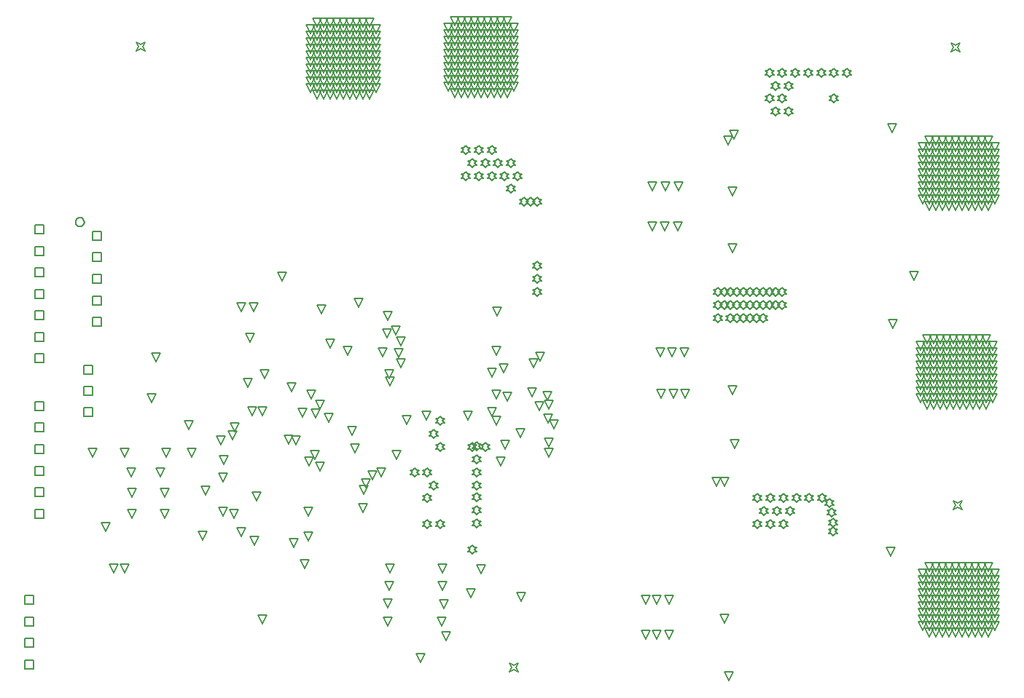
<source format=gbr>
%FSTAX23Y23*%
%MOIN*%
%SFA1B1*%

%IPPOS*%
%ADD123C,0.005000*%
%ADD124C,0.006670*%
%LNpcb_drawing_1-1*%
%LPD*%
G54D123*
X06775Y0231D02*
X06785Y0233D01*
X06775Y0235*
X06795Y0234*
X06815Y0235*
X06805Y0233*
X06815Y0231*
X06795Y0232*
X06775Y0231*
X06765Y04405D02*
X06775Y04425D01*
X06765Y04445*
X06785Y04435*
X06805Y04445*
X06795Y04425*
X06805Y04405*
X06785Y04415*
X06765Y04405*
X04745Y01565D02*
X04755Y01585D01*
X04745Y01605*
X04765Y01595*
X04785Y01605*
X04775Y01585*
X04785Y01565*
X04765Y01575*
X04745Y01565*
X0304Y0441D02*
X0305Y0443D01*
X0304Y0445*
X0306Y0444*
X0308Y0445*
X0307Y0443*
X0308Y0441*
X0306Y0442*
X0304Y0441*
X02575Y02271D02*
Y02311D01*
X02615*
Y02271*
X02575*
Y0237D02*
Y0241D01*
X02615*
Y0237*
X02575*
Y02468D02*
Y02508D01*
X02615*
Y02468*
X02575*
Y02566D02*
Y02606D01*
X02615*
Y02566*
X02575*
Y02665D02*
Y02705D01*
X02615*
Y02665*
X02575*
Y02763D02*
Y02803D01*
X02615*
Y02763*
X02575*
Y03572D02*
Y03612D01*
X02615*
Y03572*
X02575*
Y03474D02*
Y03514D01*
X02615*
Y03474*
X02575*
Y03376D02*
Y03416D01*
X02615*
Y03376*
X02575*
Y03277D02*
Y03317D01*
X02615*
Y03277*
X02575*
Y03179D02*
Y03219D01*
X02615*
Y03179*
X02575*
Y0308D02*
Y0312D01*
X02615*
Y0308*
X02575*
Y02982D02*
Y03022D01*
X02615*
Y02982*
X02575*
X0284Y03544D02*
Y03584D01*
X0288*
Y03544*
X0284*
Y03445D02*
Y03485D01*
X0288*
Y03445*
X0284*
Y03347D02*
Y03387D01*
X0288*
Y03347*
X0284*
Y03248D02*
Y03288D01*
X0288*
Y03248*
X0284*
Y0315D02*
Y0319D01*
X0288*
Y0315*
X0284*
X028Y02735D02*
Y02775D01*
X0284*
Y02735*
X028*
Y02833D02*
Y02873D01*
X0284*
Y02833*
X028*
Y02931D02*
Y02971D01*
X0284*
Y02931*
X028*
X0253Y01876D02*
Y01916D01*
X0257*
Y01876*
X0253*
Y01778D02*
Y01818D01*
X0257*
Y01778*
X0253*
Y0168D02*
Y0172D01*
X0257*
Y0168*
X0253*
Y01581D02*
Y01621D01*
X0257*
Y01581*
X0253*
X0356Y03075D02*
X0354Y03115D01*
X0358*
X0356Y03075*
X03625Y0291D02*
X03605Y0295D01*
X03645*
X03625Y0291*
X0384Y02817D02*
X0382Y02857D01*
X0386*
X0384Y02817*
X0388Y0277D02*
X0386Y0281D01*
X039*
X0388Y0277*
X038Y02732D02*
X0378Y02772D01*
X0382*
X038Y02732*
X0386Y0273D02*
X0384Y0277D01*
X0388*
X0386Y0273*
X0392Y0271D02*
X039Y0275D01*
X0394*
X0392Y0271*
X042Y02875D02*
X0418Y02915D01*
X0422*
X042Y02875*
X0425Y0306D02*
X0423Y031D01*
X0427*
X0425Y0306*
X04685Y02815D02*
X04665Y02855D01*
X04705*
X04685Y02815*
X04735Y02805D02*
X04715Y02845D01*
X04755*
X04735Y02805*
X04665Y02735D02*
X04645Y02775D01*
X04685*
X04665Y02735*
X04685Y02695D02*
X04665Y02735D01*
X04705*
X04685Y02695*
X03355Y02375D02*
X03335Y02415D01*
X03375*
X03355Y02375*
X03435Y02435D02*
X03415Y02475D01*
X03455*
X03435Y02435*
X04635Y02578D02*
X04645Y02588D01*
X04655*
X04645Y02598*
X04655Y02608*
X04645*
X04635Y02618*
X04625Y02608*
X04615*
X04625Y02598*
X04615Y02588*
X04625*
X04635Y02578*
X04576D02*
X04586Y02588D01*
X04596*
X04586Y02598*
X04596Y02608*
X04586*
X04576Y02618*
X04566Y02608*
X04556*
X04566Y02598*
X04556Y02588*
X04566*
X04576Y02578*
X05994Y03287D02*
X06004Y03297D01*
X06014*
X06004Y03307*
X06014Y03317*
X06004*
X05994Y03327*
X05984Y03317*
X05974*
X05984Y03307*
X05974Y03297*
X05984*
X05994Y03287*
X05964Y03228D02*
X05974Y03238D01*
X05984*
X05974Y03248*
X05984Y03258*
X05974*
X05964Y03268*
X05954Y03258*
X05944*
X05954Y03248*
X05944Y03238*
X05954*
X05964Y03228*
X05935Y03287D02*
X05945Y03297D01*
X05955*
X05945Y03307*
X05955Y03317*
X05945*
X05935Y03327*
X05925Y03317*
X05915*
X05925Y03307*
X05915Y03297*
X05925*
X05935Y03287*
X05905Y03228D02*
X05915Y03238D01*
X05925*
X05915Y03248*
X05925Y03258*
X05915*
X05905Y03268*
X05895Y03258*
X05885*
X05895Y03248*
X05885Y03238*
X05895*
X05905Y03228*
X05875Y03287D02*
X05885Y03297D01*
X05895*
X05885Y03307*
X05895Y03317*
X05885*
X05875Y03327*
X05865Y03317*
X05855*
X05865Y03307*
X05855Y03297*
X05865*
X05875Y03287*
X05846Y03228D02*
X05856Y03238D01*
X05866*
X05856Y03248*
X05866Y03258*
X05856*
X05846Y03268*
X05836Y03258*
X05826*
X05836Y03248*
X05826Y03238*
X05836*
X05846Y03228*
X05875Y03168D02*
X05885Y03178D01*
X05895*
X05885Y03188*
X05895Y03198*
X05885*
X05875Y03208*
X05865Y03198*
X05855*
X05865Y03188*
X05855Y03178*
X05865*
X05875Y03168*
X05816Y03287D02*
X05826Y03297D01*
X05836*
X05826Y03307*
X05836Y03317*
X05826*
X05816Y03327*
X05806Y03317*
X05796*
X05806Y03307*
X05796Y03297*
X05806*
X05816Y03287*
X05787Y03228D02*
X05797Y03238D01*
X05807*
X05797Y03248*
X05807Y03258*
X05797*
X05787Y03268*
X05777Y03258*
X05767*
X05777Y03248*
X05767Y03238*
X05777*
X05787Y03228*
X05816Y03168D02*
X05826Y03178D01*
X05836*
X05826Y03188*
X05836Y03198*
X05826*
X05816Y03208*
X05806Y03198*
X05796*
X05806Y03188*
X05796Y03178*
X05806*
X05816Y03168*
X05757Y03287D02*
X05767Y03297D01*
X05777*
X05767Y03307*
X05777Y03317*
X05767*
X05757Y03327*
X05747Y03317*
X05737*
X05747Y03307*
X05737Y03297*
X05747*
X05757Y03287*
X05728Y03228D02*
X05738Y03238D01*
X05748*
X05738Y03248*
X05748Y03258*
X05738*
X05728Y03268*
X05718Y03258*
X05708*
X05718Y03248*
X05708Y03238*
X05718*
X05728Y03228*
X05757Y03168D02*
X05767Y03178D01*
X05777*
X05767Y03188*
X05777Y03198*
X05767*
X05757Y03208*
X05747Y03198*
X05737*
X05747Y03188*
X05737Y03178*
X05747*
X05757Y03168*
X05698Y03287D02*
X05708Y03297D01*
X05718*
X05708Y03307*
X05718Y03317*
X05708*
X05698Y03327*
X05688Y03317*
X05678*
X05688Y03307*
X05678Y03297*
X05688*
X05698Y03287*
X04842Y037D02*
X04852Y0371D01*
X04862*
X04852Y0372*
X04862Y0373*
X04852*
X04842Y0374*
X04832Y0373*
X04822*
X04832Y0372*
X04822Y0371*
X04832*
X04842Y037*
X04872Y03405D02*
X04882Y03415D01*
X04892*
X04882Y03425*
X04892Y03435*
X04882*
X04872Y03445*
X04862Y03435*
X04852*
X04862Y03425*
X04852Y03415*
X04862*
X04872Y03405*
Y03287D02*
X04882Y03297D01*
X04892*
X04882Y03307*
X04892Y03317*
X04882*
X04872Y03327*
X04862Y03317*
X04852*
X04862Y03307*
X04852Y03297*
X04862*
X04872Y03287*
X04783Y03818D02*
X04793Y03828D01*
X04803*
X04793Y03838*
X04803Y03848*
X04793*
X04783Y03858*
X04773Y03848*
X04763*
X04773Y03838*
X04763Y03828*
X04773*
X04783Y03818*
X04753Y03877D02*
X04763Y03887D01*
X04773*
X04763Y03897*
X04773Y03907*
X04763*
X04753Y03917*
X04743Y03907*
X04733*
X04743Y03897*
X04733Y03887*
X04743*
X04753Y03877*
X04724Y03818D02*
X04734Y03828D01*
X04744*
X04734Y03838*
X04744Y03848*
X04734*
X04724Y03858*
X04714Y03848*
X04704*
X04714Y03838*
X04704Y03828*
X04714*
X04724Y03818*
X04753Y03759D02*
X04763Y03769D01*
X04773*
X04763Y03779*
X04773Y03789*
X04763*
X04753Y03799*
X04743Y03789*
X04733*
X04743Y03779*
X04733Y03769*
X04743*
X04753Y03759*
X04665Y03936D02*
X04675Y03946D01*
X04685*
X04675Y03956*
X04685Y03966*
X04675*
X04665Y03976*
X04655Y03966*
X04645*
X04655Y03956*
X04645Y03946*
X04655*
X04665Y03936*
X04694Y03877D02*
X04704Y03887D01*
X04714*
X04704Y03897*
X04714Y03907*
X04704*
X04694Y03917*
X04684Y03907*
X04674*
X04684Y03897*
X04674Y03887*
X04684*
X04694Y03877*
X04665Y03818D02*
X04675Y03828D01*
X04685*
X04675Y03838*
X04685Y03848*
X04675*
X04665Y03858*
X04655Y03848*
X04645*
X04655Y03838*
X04645Y03828*
X04655*
X04665Y03818*
X04606Y03936D02*
X04616Y03946D01*
X04626*
X04616Y03956*
X04626Y03966*
X04616*
X04606Y03976*
X04596Y03966*
X04586*
X04596Y03956*
X04586Y03946*
X04596*
X04606Y03936*
X04635Y03877D02*
X04645Y03887D01*
X04655*
X04645Y03897*
X04655Y03907*
X04645*
X04635Y03917*
X04625Y03907*
X04615*
X04625Y03897*
X04615Y03887*
X04625*
X04635Y03877*
X04606Y03818D02*
X04616Y03828D01*
X04626*
X04616Y03838*
X04626Y03848*
X04616*
X04606Y03858*
X04596Y03848*
X04586*
X04596Y03838*
X04586Y03828*
X04596*
X04606Y03818*
X04547Y03936D02*
X04557Y03946D01*
X04567*
X04557Y03956*
X04567Y03966*
X04557*
X04547Y03976*
X04537Y03966*
X04527*
X04537Y03956*
X04527Y03946*
X04537*
X04547Y03936*
X04576Y03877D02*
X04586Y03887D01*
X04596*
X04586Y03897*
X04596Y03907*
X04586*
X04576Y03917*
X04566Y03907*
X04556*
X04566Y03897*
X04556Y03887*
X04566*
X04576Y03877*
X04547Y03818D02*
X04557Y03828D01*
X04567*
X04557Y03838*
X04567Y03848*
X04557*
X04547Y03858*
X04537Y03848*
X04527*
X04537Y03838*
X04527Y03828*
X04537*
X04547Y03818*
X04576Y02105D02*
X04586Y02115D01*
X04596*
X04586Y02125*
X04596Y02135*
X04586*
X04576Y02145*
X04566Y02135*
X04556*
X04566Y02125*
X04556Y02115*
X04566*
X04576Y02105*
X0328Y02675D02*
X0326Y02715D01*
X033*
X0328Y02675*
X0344Y02515D02*
X0342Y02555D01*
X0346*
X0344Y02515*
X03294Y0255D02*
X03274Y0259D01*
X03314*
X03294Y0255*
X0359Y0235D02*
X0357Y0239D01*
X0361*
X0359Y0235*
X0358Y02145D02*
X0356Y02185D01*
X036*
X0358Y02145*
X03825Y02165D02*
X03805Y02205D01*
X03845*
X03825Y02165*
X03435Y0228D02*
X03415Y0232D01*
X03455*
X03435Y0228*
X0284Y0255D02*
X0282Y0259D01*
X0286*
X0284Y0255*
X029Y0221D02*
X0288Y0225D01*
X0292*
X029Y0221*
X0355Y0287D02*
X0353Y0291D01*
X0357*
X0355Y0287*
X04455Y0171D02*
X04435Y0175D01*
X04475*
X04455Y0171*
X0424Y03005D02*
X0422Y03045D01*
X0426*
X0424Y03005*
X03885Y03205D02*
X03865Y03245D01*
X03905*
X03885Y03205*
X04005Y03015D02*
X03985Y03055D01*
X04025*
X04005Y03015*
X03925Y0305D02*
X03905Y0309D01*
X03945*
X03925Y0305*
X0457Y01905D02*
X0455Y01945D01*
X0459*
X0457Y01905*
X0434Y0161D02*
X0432Y0165D01*
X0436*
X0434Y0161*
X03705Y03355D02*
X03685Y03395D01*
X03725*
X03705Y03355*
X0352Y03215D02*
X035Y03255D01*
X0354*
X0352Y03215*
X03575D02*
X03555Y03255D01*
X03595*
X03575Y03215*
X0313Y02985D02*
X0311Y03025D01*
X0315*
X0313Y02985*
X0311Y028D02*
X0309Y0284D01*
X0313*
X0311Y028*
X03343Y02171D02*
X03323Y02211D01*
X03363*
X03343Y02171*
X0381Y0204D02*
X0379Y0208D01*
X0383*
X0381Y0204*
X03615Y01785D02*
X03595Y01825D01*
X03635*
X03615Y01785*
X03925Y0443D02*
X03905Y0447D01*
X03945*
X03925Y0443*
X03955D02*
X03935Y0447D01*
X03975*
X03955Y0443*
X03985D02*
X03965Y0447D01*
X04005*
X03985Y0443*
X04015D02*
X03995Y0447D01*
X04035*
X04015Y0443*
X04045D02*
X04025Y0447D01*
X04065*
X04045Y0443*
Y044D02*
X04025Y0444D01*
X04065*
X04045Y044*
X04015D02*
X03995Y0444D01*
X04035*
X04015Y044*
X03985D02*
X03965Y0444D01*
X04005*
X03985Y044*
X03955D02*
X03935Y0444D01*
X03975*
X03955Y044*
X03925D02*
X03905Y0444D01*
X03945*
X03925Y044*
Y0437D02*
X03905Y0441D01*
X03945*
X03925Y0437*
X03955D02*
X03935Y0441D01*
X03975*
X03955Y0437*
X03985D02*
X03965Y0441D01*
X04005*
X03985Y0437*
X04015D02*
X03995Y0441D01*
X04035*
X04015Y0437*
X04045D02*
X04025Y0441D01*
X04065*
X04045Y0437*
Y0434D02*
X04025Y0438D01*
X04065*
X04045Y0434*
X04015D02*
X03995Y0438D01*
X04035*
X04015Y0434*
X03985D02*
X03965Y0438D01*
X04005*
X03985Y0434*
X03955D02*
X03935Y0438D01*
X03975*
X03955Y0434*
X03925D02*
X03905Y0438D01*
X03945*
X03925Y0434*
Y0431D02*
X03905Y0435D01*
X03945*
X03925Y0431*
X03955D02*
X03935Y0435D01*
X03975*
X03955Y0431*
X03985D02*
X03965Y0435D01*
X04005*
X03985Y0431*
X04015D02*
X03995Y0435D01*
X04035*
X04015Y0431*
X04045D02*
X04025Y0435D01*
X04065*
X04045Y0431*
Y0428D02*
X04025Y0432D01*
X04065*
X04045Y0428*
X04015D02*
X03995Y0432D01*
X04035*
X04015Y0428*
X03985D02*
X03965Y0432D01*
X04005*
X03985Y0428*
X03955D02*
X03935Y0432D01*
X03975*
X03955Y0428*
X03925D02*
X03905Y0432D01*
X03945*
X03925Y0428*
Y0425D02*
X03905Y0429D01*
X03945*
X03925Y0425*
X03955D02*
X03935Y0429D01*
X03975*
X03955Y0425*
X03985D02*
X03965Y0429D01*
X04005*
X03985Y0425*
X04015D02*
X03995Y0429D01*
X04035*
X04015Y0425*
X04045D02*
X04025Y0429D01*
X04065*
X04045Y0425*
Y0422D02*
X04025Y0426D01*
X04065*
X04045Y0422*
X04015D02*
X03995Y0426D01*
X04035*
X04015Y0422*
X03985D02*
X03965Y0426D01*
X04005*
X03985Y0422*
X03955D02*
X03935Y0426D01*
X03975*
X03955Y0422*
X03925D02*
X03905Y0426D01*
X03945*
X03925Y0422*
Y0419D02*
X03905Y0423D01*
X03945*
X03925Y0419*
X03955D02*
X03935Y0423D01*
X03975*
X03955Y0419*
X03985D02*
X03965Y0423D01*
X04005*
X03985Y0419*
X04015D02*
X03995Y0423D01*
X04035*
X04015Y0419*
X04045D02*
X04025Y0423D01*
X04065*
X04045Y0419*
Y0446D02*
X04025Y045D01*
X04065*
X04045Y0446*
X04015D02*
X03995Y045D01*
X04035*
X04015Y0446*
X03985D02*
X03965Y045D01*
X04005*
X03985Y0446*
X03955D02*
X03935Y045D01*
X03975*
X03955Y0446*
X03925D02*
X03905Y045D01*
X03945*
X03925Y0446*
Y0449D02*
X03905Y0453D01*
X03945*
X03925Y0449*
X03955D02*
X03935Y0453D01*
X03975*
X03955Y0449*
X03985D02*
X03965Y0453D01*
X04005*
X03985Y0449*
X04015D02*
X03995Y0453D01*
X04035*
X04015Y0449*
X04045Y0452D02*
X04025Y0456D01*
X04065*
X04045Y0452*
X04015D02*
X03995Y0456D01*
X04035*
X04015Y0452*
X03985D02*
X03965Y0456D01*
X04005*
X03985Y0452*
X03955D02*
X03935Y0456D01*
X03975*
X03955Y0452*
X03925D02*
X03905Y0456D01*
X03945*
X03925Y0452*
X04045Y0449D02*
X04025Y0453D01*
X04065*
X04045Y0449*
X04075Y0452D02*
X04055Y0456D01*
X04095*
X04075Y0452*
Y0449D02*
X04055Y0453D01*
X04095*
X04075Y0449*
Y0446D02*
X04055Y045D01*
X04095*
X04075Y0446*
Y0443D02*
X04055Y0447D01*
X04095*
X04075Y0443*
Y044D02*
X04055Y0444D01*
X04095*
X04075Y044*
Y0437D02*
X04055Y0441D01*
X04095*
X04075Y0437*
Y0434D02*
X04055Y0438D01*
X04095*
X04075Y0434*
Y0431D02*
X04055Y0435D01*
X04095*
X04075Y0431*
Y0428D02*
X04055Y0432D01*
X04095*
X04075Y0428*
Y0425D02*
X04055Y0429D01*
X04095*
X04075Y0425*
Y0422D02*
X04055Y0426D01*
X04095*
X04075Y0422*
Y0419D02*
X04055Y0423D01*
X04095*
X04075Y0419*
X04105Y0452D02*
X04085Y0456D01*
X04125*
X04105Y0452*
Y0449D02*
X04085Y0453D01*
X04125*
X04105Y0449*
Y0446D02*
X04085Y045D01*
X04125*
X04105Y0446*
Y0443D02*
X04085Y0447D01*
X04125*
X04105Y0443*
Y044D02*
X04085Y0444D01*
X04125*
X04105Y044*
Y0437D02*
X04085Y0441D01*
X04125*
X04105Y0437*
Y0434D02*
X04085Y0438D01*
X04125*
X04105Y0434*
Y0431D02*
X04085Y0435D01*
X04125*
X04105Y0431*
Y0428D02*
X04085Y0432D01*
X04125*
X04105Y0428*
Y0425D02*
X04085Y0429D01*
X04125*
X04105Y0425*
Y0422D02*
X04085Y0426D01*
X04125*
X04105Y0422*
Y0419D02*
X04085Y0423D01*
X04125*
X04105Y0419*
X04135Y0449D02*
X04115Y0453D01*
X04155*
X04135Y0449*
Y0446D02*
X04115Y045D01*
X04155*
X04135Y0446*
Y0443D02*
X04115Y0447D01*
X04155*
X04135Y0443*
Y044D02*
X04115Y0444D01*
X04155*
X04135Y044*
Y0437D02*
X04115Y0441D01*
X04155*
X04135Y0437*
Y0434D02*
X04115Y0438D01*
X04155*
X04135Y0434*
Y0431D02*
X04115Y0435D01*
X04155*
X04135Y0431*
Y0428D02*
X04115Y0432D01*
X04155*
X04135Y0428*
Y0425D02*
X04115Y0429D01*
X04155*
X04135Y0425*
Y0422D02*
X04115Y0426D01*
X04155*
X04135Y0422*
X03895Y0419D02*
X03875Y0423D01*
X03915*
X03895Y0419*
Y0422D02*
X03875Y0426D01*
X03915*
X03895Y0422*
Y0425D02*
X03875Y0429D01*
X03915*
X03895Y0425*
Y0428D02*
X03875Y0432D01*
X03915*
X03895Y0428*
Y0431D02*
X03875Y0435D01*
X03915*
X03895Y0431*
Y0434D02*
X03875Y0438D01*
X03915*
X03895Y0434*
Y0437D02*
X03875Y0441D01*
X03915*
X03895Y0437*
Y044D02*
X03875Y0444D01*
X03915*
X03895Y044*
Y0443D02*
X03875Y0447D01*
X03915*
X03895Y0443*
Y0446D02*
X03875Y045D01*
X03915*
X03895Y0446*
Y0449D02*
X03875Y0453D01*
X03915*
X03895Y0449*
Y0452D02*
X03875Y0456D01*
X03915*
X03895Y0452*
X03865D02*
X03845Y0456D01*
X03885*
X03865Y0452*
Y0449D02*
X03845Y0453D01*
X03885*
X03865Y0449*
Y0446D02*
X03845Y045D01*
X03885*
X03865Y0446*
Y0443D02*
X03845Y0447D01*
X03885*
X03865Y0443*
Y044D02*
X03845Y0444D01*
X03885*
X03865Y044*
Y0437D02*
X03845Y0441D01*
X03885*
X03865Y0437*
Y0434D02*
X03845Y0438D01*
X03885*
X03865Y0434*
Y0431D02*
X03845Y0435D01*
X03885*
X03865Y0431*
Y0428D02*
X03845Y0432D01*
X03885*
X03865Y0428*
Y0425D02*
X03845Y0429D01*
X03885*
X03865Y0425*
Y0422D02*
X03845Y0426D01*
X03885*
X03865Y0422*
Y0419D02*
X03845Y0423D01*
X03885*
X03865Y0419*
X03835Y0422D02*
X03815Y0426D01*
X03855*
X03835Y0422*
Y0425D02*
X03815Y0429D01*
X03855*
X03835Y0425*
Y0428D02*
X03815Y0432D01*
X03855*
X03835Y0428*
Y0431D02*
X03815Y0435D01*
X03855*
X03835Y0431*
Y0434D02*
X03815Y0438D01*
X03855*
X03835Y0434*
Y0437D02*
X03815Y0441D01*
X03855*
X03835Y0437*
Y044D02*
X03815Y0444D01*
X03855*
X03835Y044*
Y0443D02*
X03815Y0447D01*
X03855*
X03835Y0443*
Y0446D02*
X03815Y045D01*
X03855*
X03835Y0446*
Y0449D02*
X03815Y0453D01*
X03855*
X03835Y0449*
X04465Y04495D02*
X04445Y04535D01*
X04485*
X04465Y04495*
Y04465D02*
X04445Y04505D01*
X04485*
X04465Y04465*
Y04435D02*
X04445Y04475D01*
X04485*
X04465Y04435*
Y04405D02*
X04445Y04445D01*
X04485*
X04465Y04405*
Y04375D02*
X04445Y04415D01*
X04485*
X04465Y04375*
Y04345D02*
X04445Y04385D01*
X04485*
X04465Y04345*
Y04315D02*
X04445Y04355D01*
X04485*
X04465Y04315*
Y04285D02*
X04445Y04325D01*
X04485*
X04465Y04285*
Y04255D02*
X04445Y04295D01*
X04485*
X04465Y04255*
Y04225D02*
X04445Y04265D01*
X04485*
X04465Y04225*
X04495Y04195D02*
X04475Y04235D01*
X04515*
X04495Y04195*
Y04225D02*
X04475Y04265D01*
X04515*
X04495Y04225*
Y04255D02*
X04475Y04295D01*
X04515*
X04495Y04255*
Y04285D02*
X04475Y04325D01*
X04515*
X04495Y04285*
Y04315D02*
X04475Y04355D01*
X04515*
X04495Y04315*
Y04345D02*
X04475Y04385D01*
X04515*
X04495Y04345*
Y04375D02*
X04475Y04415D01*
X04515*
X04495Y04375*
Y04405D02*
X04475Y04445D01*
X04515*
X04495Y04405*
Y04435D02*
X04475Y04475D01*
X04515*
X04495Y04435*
Y04465D02*
X04475Y04505D01*
X04515*
X04495Y04465*
Y04495D02*
X04475Y04535D01*
X04515*
X04495Y04495*
Y04525D02*
X04475Y04565D01*
X04515*
X04495Y04525*
X04525D02*
X04505Y04565D01*
X04545*
X04525Y04525*
Y04495D02*
X04505Y04535D01*
X04545*
X04525Y04495*
Y04465D02*
X04505Y04505D01*
X04545*
X04525Y04465*
Y04435D02*
X04505Y04475D01*
X04545*
X04525Y04435*
Y04405D02*
X04505Y04445D01*
X04545*
X04525Y04405*
Y04375D02*
X04505Y04415D01*
X04545*
X04525Y04375*
Y04345D02*
X04505Y04385D01*
X04545*
X04525Y04345*
Y04315D02*
X04505Y04355D01*
X04545*
X04525Y04315*
Y04285D02*
X04505Y04325D01*
X04545*
X04525Y04285*
Y04255D02*
X04505Y04295D01*
X04545*
X04525Y04255*
Y04225D02*
X04505Y04265D01*
X04545*
X04525Y04225*
Y04195D02*
X04505Y04235D01*
X04545*
X04525Y04195*
X04765Y04225D02*
X04745Y04265D01*
X04785*
X04765Y04225*
Y04255D02*
X04745Y04295D01*
X04785*
X04765Y04255*
Y04285D02*
X04745Y04325D01*
X04785*
X04765Y04285*
Y04315D02*
X04745Y04355D01*
X04785*
X04765Y04315*
Y04345D02*
X04745Y04385D01*
X04785*
X04765Y04345*
Y04375D02*
X04745Y04415D01*
X04785*
X04765Y04375*
Y04405D02*
X04745Y04445D01*
X04785*
X04765Y04405*
Y04435D02*
X04745Y04475D01*
X04785*
X04765Y04435*
Y04465D02*
X04745Y04505D01*
X04785*
X04765Y04465*
Y04495D02*
X04745Y04535D01*
X04785*
X04765Y04495*
X04735Y04195D02*
X04715Y04235D01*
X04755*
X04735Y04195*
Y04225D02*
X04715Y04265D01*
X04755*
X04735Y04225*
Y04255D02*
X04715Y04295D01*
X04755*
X04735Y04255*
Y04285D02*
X04715Y04325D01*
X04755*
X04735Y04285*
Y04315D02*
X04715Y04355D01*
X04755*
X04735Y04315*
Y04345D02*
X04715Y04385D01*
X04755*
X04735Y04345*
Y04375D02*
X04715Y04415D01*
X04755*
X04735Y04375*
Y04405D02*
X04715Y04445D01*
X04755*
X04735Y04405*
Y04435D02*
X04715Y04475D01*
X04755*
X04735Y04435*
Y04465D02*
X04715Y04505D01*
X04755*
X04735Y04465*
Y04495D02*
X04715Y04535D01*
X04755*
X04735Y04495*
Y04525D02*
X04715Y04565D01*
X04755*
X04735Y04525*
X04705Y04195D02*
X04685Y04235D01*
X04725*
X04705Y04195*
Y04225D02*
X04685Y04265D01*
X04725*
X04705Y04225*
Y04255D02*
X04685Y04295D01*
X04725*
X04705Y04255*
Y04285D02*
X04685Y04325D01*
X04725*
X04705Y04285*
Y04315D02*
X04685Y04355D01*
X04725*
X04705Y04315*
Y04345D02*
X04685Y04385D01*
X04725*
X04705Y04345*
Y04375D02*
X04685Y04415D01*
X04725*
X04705Y04375*
Y04405D02*
X04685Y04445D01*
X04725*
X04705Y04405*
Y04435D02*
X04685Y04475D01*
X04725*
X04705Y04435*
Y04465D02*
X04685Y04505D01*
X04725*
X04705Y04465*
Y04495D02*
X04685Y04535D01*
X04725*
X04705Y04495*
Y04525D02*
X04685Y04565D01*
X04725*
X04705Y04525*
X04675Y04495D02*
X04655Y04535D01*
X04695*
X04675Y04495*
X04555Y04525D02*
X04535Y04565D01*
X04575*
X04555Y04525*
X04585D02*
X04565Y04565D01*
X04605*
X04585Y04525*
X04615D02*
X04595Y04565D01*
X04635*
X04615Y04525*
X04645D02*
X04625Y04565D01*
X04665*
X04645Y04525*
X04675D02*
X04655Y04565D01*
X04695*
X04675Y04525*
X04645Y04495D02*
X04625Y04535D01*
X04665*
X04645Y04495*
X04615D02*
X04595Y04535D01*
X04635*
X04615Y04495*
X04585D02*
X04565Y04535D01*
X04605*
X04585Y04495*
X04555D02*
X04535Y04535D01*
X04575*
X04555Y04495*
Y04465D02*
X04535Y04505D01*
X04575*
X04555Y04465*
X04585D02*
X04565Y04505D01*
X04605*
X04585Y04465*
X04615D02*
X04595Y04505D01*
X04635*
X04615Y04465*
X04645D02*
X04625Y04505D01*
X04665*
X04645Y04465*
X04675D02*
X04655Y04505D01*
X04695*
X04675Y04465*
Y04195D02*
X04655Y04235D01*
X04695*
X04675Y04195*
X04645D02*
X04625Y04235D01*
X04665*
X04645Y04195*
X04615D02*
X04595Y04235D01*
X04635*
X04615Y04195*
X04585D02*
X04565Y04235D01*
X04605*
X04585Y04195*
X04555D02*
X04535Y04235D01*
X04575*
X04555Y04195*
Y04225D02*
X04535Y04265D01*
X04575*
X04555Y04225*
X04585D02*
X04565Y04265D01*
X04605*
X04585Y04225*
X04615D02*
X04595Y04265D01*
X04635*
X04615Y04225*
X04645D02*
X04625Y04265D01*
X04665*
X04645Y04225*
X04675D02*
X04655Y04265D01*
X04695*
X04675Y04225*
Y04255D02*
X04655Y04295D01*
X04695*
X04675Y04255*
X04645D02*
X04625Y04295D01*
X04665*
X04645Y04255*
X04615D02*
X04595Y04295D01*
X04635*
X04615Y04255*
X04585D02*
X04565Y04295D01*
X04605*
X04585Y04255*
X04555D02*
X04535Y04295D01*
X04575*
X04555Y04255*
Y04285D02*
X04535Y04325D01*
X04575*
X04555Y04285*
X04585D02*
X04565Y04325D01*
X04605*
X04585Y04285*
X04615D02*
X04595Y04325D01*
X04635*
X04615Y04285*
X04645D02*
X04625Y04325D01*
X04665*
X04645Y04285*
X04675D02*
X04655Y04325D01*
X04695*
X04675Y04285*
Y04315D02*
X04655Y04355D01*
X04695*
X04675Y04315*
X04645D02*
X04625Y04355D01*
X04665*
X04645Y04315*
X04615D02*
X04595Y04355D01*
X04635*
X04615Y04315*
X04585D02*
X04565Y04355D01*
X04605*
X04585Y04315*
X04555D02*
X04535Y04355D01*
X04575*
X04555Y04315*
Y04345D02*
X04535Y04385D01*
X04575*
X04555Y04345*
X04585D02*
X04565Y04385D01*
X04605*
X04585Y04345*
X04615D02*
X04595Y04385D01*
X04635*
X04615Y04345*
X04645D02*
X04625Y04385D01*
X04665*
X04645Y04345*
X04675D02*
X04655Y04385D01*
X04695*
X04675Y04345*
Y04375D02*
X04655Y04415D01*
X04695*
X04675Y04375*
X04645D02*
X04625Y04415D01*
X04665*
X04645Y04375*
X04615D02*
X04595Y04415D01*
X04635*
X04615Y04375*
X04585D02*
X04565Y04415D01*
X04605*
X04585Y04375*
X04555D02*
X04535Y04415D01*
X04575*
X04555Y04375*
Y04405D02*
X04535Y04445D01*
X04575*
X04555Y04405*
X04585D02*
X04565Y04445D01*
X04605*
X04585Y04405*
X04615D02*
X04595Y04445D01*
X04635*
X04615Y04405*
X04645D02*
X04625Y04445D01*
X04665*
X04645Y04405*
X04675D02*
X04655Y04445D01*
X04695*
X04675Y04405*
Y04435D02*
X04655Y04475D01*
X04695*
X04675Y04435*
X04645D02*
X04625Y04475D01*
X04665*
X04645Y04435*
X04615D02*
X04595Y04475D01*
X04635*
X04615Y04435*
X04585D02*
X04565Y04475D01*
X04605*
X04585Y04435*
X04555D02*
X04535Y04475D01*
X04575*
X04555Y04435*
X06725Y0377D02*
X06705Y0381D01*
X06745*
X06725Y0377*
Y038D02*
X06705Y0384D01*
X06745*
X06725Y038*
Y0383D02*
X06705Y0387D01*
X06745*
X06725Y0383*
Y0386D02*
X06705Y039D01*
X06745*
X06725Y0386*
Y0389D02*
X06705Y0393D01*
X06745*
X06725Y0389*
X06755D02*
X06735Y0393D01*
X06775*
X06755Y0389*
Y0386D02*
X06735Y039D01*
X06775*
X06755Y0386*
Y0383D02*
X06735Y0387D01*
X06775*
X06755Y0383*
Y038D02*
X06735Y0384D01*
X06775*
X06755Y038*
Y0377D02*
X06735Y0381D01*
X06775*
X06755Y0377*
X06785D02*
X06765Y0381D01*
X06805*
X06785Y0377*
Y038D02*
X06765Y0384D01*
X06805*
X06785Y038*
Y0383D02*
X06765Y0387D01*
X06805*
X06785Y0383*
Y0386D02*
X06765Y039D01*
X06805*
X06785Y0386*
Y0389D02*
X06765Y0393D01*
X06805*
X06785Y0389*
X06815D02*
X06795Y0393D01*
X06835*
X06815Y0389*
Y0386D02*
X06795Y039D01*
X06835*
X06815Y0386*
Y0383D02*
X06795Y0387D01*
X06835*
X06815Y0383*
Y038D02*
X06795Y0384D01*
X06835*
X06815Y038*
Y0377D02*
X06795Y0381D01*
X06835*
X06815Y0377*
X06845D02*
X06825Y0381D01*
X06865*
X06845Y0377*
Y038D02*
X06825Y0384D01*
X06865*
X06845Y038*
Y0383D02*
X06825Y0387D01*
X06865*
X06845Y0383*
Y0386D02*
X06825Y039D01*
X06865*
X06845Y0386*
Y0389D02*
X06825Y0393D01*
X06865*
X06845Y0389*
X06875D02*
X06855Y0393D01*
X06895*
X06875Y0389*
Y0386D02*
X06855Y039D01*
X06895*
X06875Y0386*
Y0383D02*
X06855Y0387D01*
X06895*
X06875Y0383*
Y038D02*
X06855Y0384D01*
X06895*
X06875Y038*
Y0377D02*
X06855Y0381D01*
X06895*
X06875Y0377*
X06905D02*
X06885Y0381D01*
X06925*
X06905Y0377*
Y038D02*
X06885Y0384D01*
X06925*
X06905Y038*
Y0383D02*
X06885Y0387D01*
X06925*
X06905Y0383*
Y0386D02*
X06885Y039D01*
X06925*
X06905Y0386*
Y0389D02*
X06885Y0393D01*
X06925*
X06905Y0389*
X06935D02*
X06915Y0393D01*
X06955*
X06935Y0389*
Y0386D02*
X06915Y039D01*
X06955*
X06935Y0386*
Y0383D02*
X06915Y0387D01*
X06955*
X06935Y0383*
Y038D02*
X06915Y0384D01*
X06955*
X06935Y038*
Y0377D02*
X06915Y0381D01*
X06955*
X06935Y0377*
X06965D02*
X06945Y0381D01*
X06985*
X06965Y0377*
Y038D02*
X06945Y0384D01*
X06985*
X06965Y038*
Y0383D02*
X06945Y0387D01*
X06985*
X06965Y0383*
Y0386D02*
X06945Y039D01*
X06985*
X06965Y0386*
Y0389D02*
X06945Y0393D01*
X06985*
X06965Y0389*
X06695D02*
X06675Y0393D01*
X06715*
X06695Y0389*
Y0386D02*
X06675Y039D01*
X06715*
X06695Y0386*
Y0383D02*
X06675Y0387D01*
X06715*
X06695Y0383*
Y038D02*
X06675Y0384D01*
X06715*
X06695Y038*
Y0377D02*
X06675Y0381D01*
X06715*
X06695Y0377*
X06665D02*
X06645Y0381D01*
X06685*
X06665Y0377*
Y038D02*
X06645Y0384D01*
X06685*
X06665Y038*
Y0383D02*
X06645Y0387D01*
X06685*
X06665Y0383*
Y0386D02*
X06645Y039D01*
X06685*
X06665Y0386*
X06635Y0389D02*
X06615Y0393D01*
X06655*
X06635Y0389*
Y0386D02*
X06615Y039D01*
X06655*
X06635Y0386*
Y0383D02*
X06615Y0387D01*
X06655*
X06635Y0383*
Y038D02*
X06615Y0384D01*
X06655*
X06635Y038*
Y0377D02*
X06615Y0381D01*
X06655*
X06635Y0377*
X06665Y0389D02*
X06645Y0393D01*
X06685*
X06665Y0389*
X06635Y0392D02*
X06615Y0396D01*
X06655*
X06635Y0392*
X06665D02*
X06645Y0396D01*
X06685*
X06665Y0392*
X06695D02*
X06675Y0396D01*
X06715*
X06695Y0392*
X06725D02*
X06705Y0396D01*
X06745*
X06725Y0392*
X06755D02*
X06735Y0396D01*
X06775*
X06755Y0392*
X06785D02*
X06765Y0396D01*
X06805*
X06785Y0392*
X06815D02*
X06795Y0396D01*
X06835*
X06815Y0392*
X06845D02*
X06825Y0396D01*
X06865*
X06845Y0392*
X06875D02*
X06855Y0396D01*
X06895*
X06875Y0392*
X06905D02*
X06885Y0396D01*
X06925*
X06905Y0392*
X06935D02*
X06915Y0396D01*
X06955*
X06935Y0392*
X06965D02*
X06945Y0396D01*
X06985*
X06965Y0392*
X06635Y0395D02*
X06615Y0399D01*
X06655*
X06635Y0395*
X06665D02*
X06645Y0399D01*
X06685*
X06665Y0395*
X06695D02*
X06675Y0399D01*
X06715*
X06695Y0395*
X06725D02*
X06705Y0399D01*
X06745*
X06725Y0395*
X06755D02*
X06735Y0399D01*
X06775*
X06755Y0395*
X06785D02*
X06765Y0399D01*
X06805*
X06785Y0395*
X06815D02*
X06795Y0399D01*
X06835*
X06815Y0395*
X06845D02*
X06825Y0399D01*
X06865*
X06845Y0395*
X06875D02*
X06855Y0399D01*
X06895*
X06875Y0395*
X06905D02*
X06885Y0399D01*
X06925*
X06905Y0395*
X06935D02*
X06915Y0399D01*
X06955*
X06935Y0395*
X06965D02*
X06945Y0399D01*
X06985*
X06965Y0395*
X06665Y0398D02*
X06645Y0402D01*
X06685*
X06665Y0398*
X06695D02*
X06675Y0402D01*
X06715*
X06695Y0398*
X06725D02*
X06705Y0402D01*
X06745*
X06725Y0398*
X06755D02*
X06735Y0402D01*
X06775*
X06755Y0398*
X06785D02*
X06765Y0402D01*
X06805*
X06785Y0398*
X06815D02*
X06795Y0402D01*
X06835*
X06815Y0398*
X06845D02*
X06825Y0402D01*
X06865*
X06845Y0398*
X06875D02*
X06855Y0402D01*
X06895*
X06875Y0398*
X06905D02*
X06885Y0402D01*
X06925*
X06905Y0398*
X06935D02*
X06915Y0402D01*
X06955*
X06935Y0398*
X06965Y0374D02*
X06945Y0378D01*
X06985*
X06965Y0374*
X06935D02*
X06915Y0378D01*
X06955*
X06935Y0374*
X06905D02*
X06885Y0378D01*
X06925*
X06905Y0374*
X06875D02*
X06855Y0378D01*
X06895*
X06875Y0374*
X06845D02*
X06825Y0378D01*
X06865*
X06845Y0374*
X06815D02*
X06795Y0378D01*
X06835*
X06815Y0374*
X06785D02*
X06765Y0378D01*
X06805*
X06785Y0374*
X06755D02*
X06735Y0378D01*
X06775*
X06755Y0374*
X06725D02*
X06705Y0378D01*
X06745*
X06725Y0374*
X06695D02*
X06675Y0378D01*
X06715*
X06695Y0374*
X06665D02*
X06645Y0378D01*
X06685*
X06665Y0374*
X06635D02*
X06615Y0378D01*
X06655*
X06635Y0374*
Y0371D02*
X06615Y0375D01*
X06655*
X06635Y0371*
X06665D02*
X06645Y0375D01*
X06685*
X06665Y0371*
X06695D02*
X06675Y0375D01*
X06715*
X06695Y0371*
X06725D02*
X06705Y0375D01*
X06745*
X06725Y0371*
X06755D02*
X06735Y0375D01*
X06775*
X06755Y0371*
X06785D02*
X06765Y0375D01*
X06805*
X06785Y0371*
X06815D02*
X06795Y0375D01*
X06835*
X06815Y0371*
X06845D02*
X06825Y0375D01*
X06865*
X06845Y0371*
X06875D02*
X06855Y0375D01*
X06895*
X06875Y0371*
X06905D02*
X06885Y0375D01*
X06925*
X06905Y0371*
X06935D02*
X06915Y0375D01*
X06955*
X06935Y0371*
X06965D02*
X06945Y0375D01*
X06985*
X06965Y0371*
X06935Y0368D02*
X06915Y0372D01*
X06955*
X06935Y0368*
X06905D02*
X06885Y0372D01*
X06925*
X06905Y0368*
X06875D02*
X06855Y0372D01*
X06895*
X06875Y0368*
X06845D02*
X06825Y0372D01*
X06865*
X06845Y0368*
X06815D02*
X06795Y0372D01*
X06835*
X06815Y0368*
X06785D02*
X06765Y0372D01*
X06805*
X06785Y0368*
X06755D02*
X06735Y0372D01*
X06775*
X06755Y0368*
X06725D02*
X06705Y0372D01*
X06745*
X06725Y0368*
X06695D02*
X06675Y0372D01*
X06715*
X06695Y0368*
X06665D02*
X06645Y0372D01*
X06685*
X06665Y0368*
X06657Y0277D02*
X06637Y0281D01*
X06677*
X06657Y0277*
X06687D02*
X06667Y0281D01*
X06707*
X06687Y0277*
X06717D02*
X06697Y0281D01*
X06737*
X06717Y0277*
X06747D02*
X06727Y0281D01*
X06767*
X06747Y0277*
X06777D02*
X06757Y0281D01*
X06797*
X06777Y0277*
X06807D02*
X06787Y0281D01*
X06827*
X06807Y0277*
X06837D02*
X06817Y0281D01*
X06857*
X06837Y0277*
X06867D02*
X06847Y0281D01*
X06887*
X06867Y0277*
X06897D02*
X06877Y0281D01*
X06917*
X06897Y0277*
X06927D02*
X06907Y0281D01*
X06947*
X06927Y0277*
X06957Y028D02*
X06937Y0284D01*
X06977*
X06957Y028*
X06927D02*
X06907Y0284D01*
X06947*
X06927Y028*
X06897D02*
X06877Y0284D01*
X06917*
X06897Y028*
X06867D02*
X06847Y0284D01*
X06887*
X06867Y028*
X06837D02*
X06817Y0284D01*
X06857*
X06837Y028*
X06807D02*
X06787Y0284D01*
X06827*
X06807Y028*
X06777D02*
X06757Y0284D01*
X06797*
X06777Y028*
X06747D02*
X06727Y0284D01*
X06767*
X06747Y028*
X06717D02*
X06697Y0284D01*
X06737*
X06717Y028*
X06687D02*
X06667Y0284D01*
X06707*
X06687Y028*
X06657D02*
X06637Y0284D01*
X06677*
X06657Y028*
X06627D02*
X06607Y0284D01*
X06647*
X06627Y028*
Y0283D02*
X06607Y0287D01*
X06647*
X06627Y0283*
X06657D02*
X06637Y0287D01*
X06677*
X06657Y0283*
X06687D02*
X06667Y0287D01*
X06707*
X06687Y0283*
X06717D02*
X06697Y0287D01*
X06737*
X06717Y0283*
X06747D02*
X06727Y0287D01*
X06767*
X06747Y0283*
X06777D02*
X06757Y0287D01*
X06797*
X06777Y0283*
X06807D02*
X06787Y0287D01*
X06827*
X06807Y0283*
X06837D02*
X06817Y0287D01*
X06857*
X06837Y0283*
X06867D02*
X06847Y0287D01*
X06887*
X06867Y0283*
X06897D02*
X06877Y0287D01*
X06917*
X06897Y0283*
X06927D02*
X06907Y0287D01*
X06947*
X06927Y0283*
X06957D02*
X06937Y0287D01*
X06977*
X06957Y0283*
X06927Y0307D02*
X06907Y0311D01*
X06947*
X06927Y0307*
X06897D02*
X06877Y0311D01*
X06917*
X06897Y0307*
X06867D02*
X06847Y0311D01*
X06887*
X06867Y0307*
X06837D02*
X06817Y0311D01*
X06857*
X06837Y0307*
X06807D02*
X06787Y0311D01*
X06827*
X06807Y0307*
X06777D02*
X06757Y0311D01*
X06797*
X06777Y0307*
X06747D02*
X06727Y0311D01*
X06767*
X06747Y0307*
X06717D02*
X06697Y0311D01*
X06737*
X06717Y0307*
X06687D02*
X06667Y0311D01*
X06707*
X06687Y0307*
X06657D02*
X06637Y0311D01*
X06677*
X06657Y0307*
X06957Y0304D02*
X06937Y0308D01*
X06977*
X06957Y0304*
X06927D02*
X06907Y0308D01*
X06947*
X06927Y0304*
X06897D02*
X06877Y0308D01*
X06917*
X06897Y0304*
X06867D02*
X06847Y0308D01*
X06887*
X06867Y0304*
X06837D02*
X06817Y0308D01*
X06857*
X06837Y0304*
X06807D02*
X06787Y0308D01*
X06827*
X06807Y0304*
X06777D02*
X06757Y0308D01*
X06797*
X06777Y0304*
X06747D02*
X06727Y0308D01*
X06767*
X06747Y0304*
X06717D02*
X06697Y0308D01*
X06737*
X06717Y0304*
X06687D02*
X06667Y0308D01*
X06707*
X06687Y0304*
X06657D02*
X06637Y0308D01*
X06677*
X06657Y0304*
X06627D02*
X06607Y0308D01*
X06647*
X06627Y0304*
X06957Y0301D02*
X06937Y0305D01*
X06977*
X06957Y0301*
X06927D02*
X06907Y0305D01*
X06947*
X06927Y0301*
X06897D02*
X06877Y0305D01*
X06917*
X06897Y0301*
X06867D02*
X06847Y0305D01*
X06887*
X06867Y0301*
X06837D02*
X06817Y0305D01*
X06857*
X06837Y0301*
X06807D02*
X06787Y0305D01*
X06827*
X06807Y0301*
X06777D02*
X06757Y0305D01*
X06797*
X06777Y0301*
X06747D02*
X06727Y0305D01*
X06767*
X06747Y0301*
X06717D02*
X06697Y0305D01*
X06737*
X06717Y0301*
X06687D02*
X06667Y0305D01*
X06707*
X06687Y0301*
X06657D02*
X06637Y0305D01*
X06677*
X06657Y0301*
X06627D02*
X06607Y0305D01*
X06647*
X06627Y0301*
X06657Y0298D02*
X06637Y0302D01*
X06677*
X06657Y0298*
X06627Y0286D02*
X06607Y029D01*
X06647*
X06627Y0286*
Y0289D02*
X06607Y0293D01*
X06647*
X06627Y0289*
Y0292D02*
X06607Y0296D01*
X06647*
X06627Y0292*
Y0295D02*
X06607Y0299D01*
X06647*
X06627Y0295*
Y0298D02*
X06607Y0302D01*
X06647*
X06627Y0298*
X06657Y0295D02*
X06637Y0299D01*
X06677*
X06657Y0295*
Y0292D02*
X06637Y0296D01*
X06677*
X06657Y0292*
Y0289D02*
X06637Y0293D01*
X06677*
X06657Y0289*
Y0286D02*
X06637Y029D01*
X06677*
X06657Y0286*
X06687D02*
X06667Y029D01*
X06707*
X06687Y0286*
Y0289D02*
X06667Y0293D01*
X06707*
X06687Y0289*
Y0292D02*
X06667Y0296D01*
X06707*
X06687Y0292*
Y0295D02*
X06667Y0299D01*
X06707*
X06687Y0295*
Y0298D02*
X06667Y0302D01*
X06707*
X06687Y0298*
X06957D02*
X06937Y0302D01*
X06977*
X06957Y0298*
Y0295D02*
X06937Y0299D01*
X06977*
X06957Y0295*
Y0292D02*
X06937Y0296D01*
X06977*
X06957Y0292*
Y0289D02*
X06937Y0293D01*
X06977*
X06957Y0289*
Y0286D02*
X06937Y029D01*
X06977*
X06957Y0286*
X06927D02*
X06907Y029D01*
X06947*
X06927Y0286*
Y0289D02*
X06907Y0293D01*
X06947*
X06927Y0289*
Y0292D02*
X06907Y0296D01*
X06947*
X06927Y0292*
Y0295D02*
X06907Y0299D01*
X06947*
X06927Y0295*
Y0298D02*
X06907Y0302D01*
X06947*
X06927Y0298*
X06897D02*
X06877Y0302D01*
X06917*
X06897Y0298*
Y0295D02*
X06877Y0299D01*
X06917*
X06897Y0295*
Y0292D02*
X06877Y0296D01*
X06917*
X06897Y0292*
Y0289D02*
X06877Y0293D01*
X06917*
X06897Y0289*
Y0286D02*
X06877Y029D01*
X06917*
X06897Y0286*
X06867D02*
X06847Y029D01*
X06887*
X06867Y0286*
Y0289D02*
X06847Y0293D01*
X06887*
X06867Y0289*
Y0292D02*
X06847Y0296D01*
X06887*
X06867Y0292*
Y0295D02*
X06847Y0299D01*
X06887*
X06867Y0295*
Y0298D02*
X06847Y0302D01*
X06887*
X06867Y0298*
X06837D02*
X06817Y0302D01*
X06857*
X06837Y0298*
Y0295D02*
X06817Y0299D01*
X06857*
X06837Y0295*
Y0292D02*
X06817Y0296D01*
X06857*
X06837Y0292*
Y0289D02*
X06817Y0293D01*
X06857*
X06837Y0289*
Y0286D02*
X06817Y029D01*
X06857*
X06837Y0286*
X06807D02*
X06787Y029D01*
X06827*
X06807Y0286*
Y0289D02*
X06787Y0293D01*
X06827*
X06807Y0289*
Y0292D02*
X06787Y0296D01*
X06827*
X06807Y0292*
Y0295D02*
X06787Y0299D01*
X06827*
X06807Y0295*
Y0298D02*
X06787Y0302D01*
X06827*
X06807Y0298*
X06777D02*
X06757Y0302D01*
X06797*
X06777Y0298*
Y0295D02*
X06757Y0299D01*
X06797*
X06777Y0295*
Y0292D02*
X06757Y0296D01*
X06797*
X06777Y0292*
Y0289D02*
X06757Y0293D01*
X06797*
X06777Y0289*
Y0286D02*
X06757Y029D01*
X06797*
X06777Y0286*
X06747D02*
X06727Y029D01*
X06767*
X06747Y0286*
Y0289D02*
X06727Y0293D01*
X06767*
X06747Y0289*
Y0292D02*
X06727Y0296D01*
X06767*
X06747Y0292*
Y0295D02*
X06727Y0299D01*
X06767*
X06747Y0295*
Y0298D02*
X06727Y0302D01*
X06767*
X06747Y0298*
X06717D02*
X06697Y0302D01*
X06737*
X06717Y0298*
Y0295D02*
X06697Y0299D01*
X06737*
X06717Y0295*
Y0292D02*
X06697Y0296D01*
X06737*
X06717Y0292*
Y0289D02*
X06697Y0293D01*
X06737*
X06717Y0289*
Y0286D02*
X06697Y029D01*
X06737*
X06717Y0286*
X06725Y01815D02*
X06705Y01855D01*
X06745*
X06725Y01815*
Y01845D02*
X06705Y01885D01*
X06745*
X06725Y01845*
Y01875D02*
X06705Y01915D01*
X06745*
X06725Y01875*
Y01905D02*
X06705Y01945D01*
X06745*
X06725Y01905*
Y01935D02*
X06705Y01975D01*
X06745*
X06725Y01935*
X06755D02*
X06735Y01975D01*
X06775*
X06755Y01935*
Y01905D02*
X06735Y01945D01*
X06775*
X06755Y01905*
Y01875D02*
X06735Y01915D01*
X06775*
X06755Y01875*
Y01845D02*
X06735Y01885D01*
X06775*
X06755Y01845*
Y01815D02*
X06735Y01855D01*
X06775*
X06755Y01815*
X06785D02*
X06765Y01855D01*
X06805*
X06785Y01815*
Y01845D02*
X06765Y01885D01*
X06805*
X06785Y01845*
Y01875D02*
X06765Y01915D01*
X06805*
X06785Y01875*
Y01905D02*
X06765Y01945D01*
X06805*
X06785Y01905*
Y01935D02*
X06765Y01975D01*
X06805*
X06785Y01935*
X06815D02*
X06795Y01975D01*
X06835*
X06815Y01935*
Y01905D02*
X06795Y01945D01*
X06835*
X06815Y01905*
Y01875D02*
X06795Y01915D01*
X06835*
X06815Y01875*
Y01845D02*
X06795Y01885D01*
X06835*
X06815Y01845*
Y01815D02*
X06795Y01855D01*
X06835*
X06815Y01815*
X06845D02*
X06825Y01855D01*
X06865*
X06845Y01815*
Y01845D02*
X06825Y01885D01*
X06865*
X06845Y01845*
Y01875D02*
X06825Y01915D01*
X06865*
X06845Y01875*
Y01905D02*
X06825Y01945D01*
X06865*
X06845Y01905*
Y01935D02*
X06825Y01975D01*
X06865*
X06845Y01935*
X06875D02*
X06855Y01975D01*
X06895*
X06875Y01935*
Y01905D02*
X06855Y01945D01*
X06895*
X06875Y01905*
Y01875D02*
X06855Y01915D01*
X06895*
X06875Y01875*
Y01845D02*
X06855Y01885D01*
X06895*
X06875Y01845*
Y01815D02*
X06855Y01855D01*
X06895*
X06875Y01815*
X06905D02*
X06885Y01855D01*
X06925*
X06905Y01815*
Y01845D02*
X06885Y01885D01*
X06925*
X06905Y01845*
Y01875D02*
X06885Y01915D01*
X06925*
X06905Y01875*
Y01905D02*
X06885Y01945D01*
X06925*
X06905Y01905*
Y01935D02*
X06885Y01975D01*
X06925*
X06905Y01935*
X06935D02*
X06915Y01975D01*
X06955*
X06935Y01935*
Y01905D02*
X06915Y01945D01*
X06955*
X06935Y01905*
Y01875D02*
X06915Y01915D01*
X06955*
X06935Y01875*
Y01845D02*
X06915Y01885D01*
X06955*
X06935Y01845*
Y01815D02*
X06915Y01855D01*
X06955*
X06935Y01815*
X06965D02*
X06945Y01855D01*
X06985*
X06965Y01815*
Y01845D02*
X06945Y01885D01*
X06985*
X06965Y01845*
Y01875D02*
X06945Y01915D01*
X06985*
X06965Y01875*
Y01905D02*
X06945Y01945D01*
X06985*
X06965Y01905*
Y01935D02*
X06945Y01975D01*
X06985*
X06965Y01935*
X06695D02*
X06675Y01975D01*
X06715*
X06695Y01935*
Y01905D02*
X06675Y01945D01*
X06715*
X06695Y01905*
Y01875D02*
X06675Y01915D01*
X06715*
X06695Y01875*
Y01845D02*
X06675Y01885D01*
X06715*
X06695Y01845*
Y01815D02*
X06675Y01855D01*
X06715*
X06695Y01815*
X06665D02*
X06645Y01855D01*
X06685*
X06665Y01815*
Y01845D02*
X06645Y01885D01*
X06685*
X06665Y01845*
Y01875D02*
X06645Y01915D01*
X06685*
X06665Y01875*
Y01905D02*
X06645Y01945D01*
X06685*
X06665Y01905*
X06635Y01935D02*
X06615Y01975D01*
X06655*
X06635Y01935*
Y01905D02*
X06615Y01945D01*
X06655*
X06635Y01905*
Y01875D02*
X06615Y01915D01*
X06655*
X06635Y01875*
Y01845D02*
X06615Y01885D01*
X06655*
X06635Y01845*
Y01815D02*
X06615Y01855D01*
X06655*
X06635Y01815*
X06665Y01935D02*
X06645Y01975D01*
X06685*
X06665Y01935*
X06635Y01965D02*
X06615Y02005D01*
X06655*
X06635Y01965*
X06665D02*
X06645Y02005D01*
X06685*
X06665Y01965*
X06695D02*
X06675Y02005D01*
X06715*
X06695Y01965*
X06725D02*
X06705Y02005D01*
X06745*
X06725Y01965*
X06755D02*
X06735Y02005D01*
X06775*
X06755Y01965*
X06785D02*
X06765Y02005D01*
X06805*
X06785Y01965*
X06815D02*
X06795Y02005D01*
X06835*
X06815Y01965*
X06845D02*
X06825Y02005D01*
X06865*
X06845Y01965*
X06875D02*
X06855Y02005D01*
X06895*
X06875Y01965*
X06905D02*
X06885Y02005D01*
X06925*
X06905Y01965*
X06935D02*
X06915Y02005D01*
X06955*
X06935Y01965*
X06965D02*
X06945Y02005D01*
X06985*
X06965Y01965*
X06635Y01995D02*
X06615Y02035D01*
X06655*
X06635Y01995*
X06665D02*
X06645Y02035D01*
X06685*
X06665Y01995*
X06695D02*
X06675Y02035D01*
X06715*
X06695Y01995*
X06725D02*
X06705Y02035D01*
X06745*
X06725Y01995*
X06755D02*
X06735Y02035D01*
X06775*
X06755Y01995*
X06785D02*
X06765Y02035D01*
X06805*
X06785Y01995*
X06815D02*
X06795Y02035D01*
X06835*
X06815Y01995*
X06845D02*
X06825Y02035D01*
X06865*
X06845Y01995*
X06875D02*
X06855Y02035D01*
X06895*
X06875Y01995*
X06905D02*
X06885Y02035D01*
X06925*
X06905Y01995*
X06935D02*
X06915Y02035D01*
X06955*
X06935Y01995*
X06965D02*
X06945Y02035D01*
X06985*
X06965Y01995*
X06665Y02025D02*
X06645Y02065D01*
X06685*
X06665Y02025*
X06695D02*
X06675Y02065D01*
X06715*
X06695Y02025*
X06725D02*
X06705Y02065D01*
X06745*
X06725Y02025*
X06755D02*
X06735Y02065D01*
X06775*
X06755Y02025*
X06785D02*
X06765Y02065D01*
X06805*
X06785Y02025*
X06815D02*
X06795Y02065D01*
X06835*
X06815Y02025*
X06845D02*
X06825Y02065D01*
X06865*
X06845Y02025*
X06875D02*
X06855Y02065D01*
X06895*
X06875Y02025*
X06905D02*
X06885Y02065D01*
X06925*
X06905Y02025*
X06935D02*
X06915Y02065D01*
X06955*
X06935Y02025*
X06965Y01785D02*
X06945Y01825D01*
X06985*
X06965Y01785*
X06935D02*
X06915Y01825D01*
X06955*
X06935Y01785*
X06905D02*
X06885Y01825D01*
X06925*
X06905Y01785*
X06875D02*
X06855Y01825D01*
X06895*
X06875Y01785*
X06845D02*
X06825Y01825D01*
X06865*
X06845Y01785*
X06815D02*
X06795Y01825D01*
X06835*
X06815Y01785*
X06785D02*
X06765Y01825D01*
X06805*
X06785Y01785*
X06755D02*
X06735Y01825D01*
X06775*
X06755Y01785*
X06725D02*
X06705Y01825D01*
X06745*
X06725Y01785*
X06695D02*
X06675Y01825D01*
X06715*
X06695Y01785*
X06665D02*
X06645Y01825D01*
X06685*
X06665Y01785*
X06635D02*
X06615Y01825D01*
X06655*
X06635Y01785*
Y01755D02*
X06615Y01795D01*
X06655*
X06635Y01755*
X06665D02*
X06645Y01795D01*
X06685*
X06665Y01755*
X06695D02*
X06675Y01795D01*
X06715*
X06695Y01755*
X06725D02*
X06705Y01795D01*
X06745*
X06725Y01755*
X06755D02*
X06735Y01795D01*
X06775*
X06755Y01755*
X06785D02*
X06765Y01795D01*
X06805*
X06785Y01755*
X06815D02*
X06795Y01795D01*
X06835*
X06815Y01755*
X06845D02*
X06825Y01795D01*
X06865*
X06845Y01755*
X06875D02*
X06855Y01795D01*
X06895*
X06875Y01755*
X06905D02*
X06885Y01795D01*
X06925*
X06905Y01755*
X06935D02*
X06915Y01795D01*
X06955*
X06935Y01755*
X06965D02*
X06945Y01795D01*
X06985*
X06965Y01755*
X06935Y01725D02*
X06915Y01765D01*
X06955*
X06935Y01725*
X06905D02*
X06885Y01765D01*
X06925*
X06905Y01725*
X06875D02*
X06855Y01765D01*
X06895*
X06875Y01725*
X06845D02*
X06825Y01765D01*
X06865*
X06845Y01725*
X06815D02*
X06795Y01765D01*
X06835*
X06815Y01725*
X06785D02*
X06765Y01765D01*
X06805*
X06785Y01725*
X06755D02*
X06735Y01765D01*
X06775*
X06755Y01725*
X06725D02*
X06705Y01765D01*
X06745*
X06725Y01725*
X06695D02*
X06675Y01765D01*
X06715*
X06695Y01725*
X06665D02*
X06645Y01765D01*
X06685*
X06665Y01725*
X04275Y027D02*
X04255Y0274D01*
X04295*
X04275Y027*
X05964Y03287D02*
X05974Y03297D01*
X05984*
X05974Y03307*
X05984Y03317*
X05974*
X05964Y03327*
X05954Y03317*
X05944*
X05954Y03307*
X05944Y03297*
X05954*
X05964Y03287*
X05994Y03228D02*
X06004Y03238D01*
X06014*
X06004Y03248*
X06014Y03258*
X06004*
X05994Y03268*
X05984Y03258*
X05974*
X05984Y03248*
X05974Y03238*
X05984*
X05994Y03228*
X05905Y03287D02*
X05915Y03297D01*
X05925*
X05915Y03307*
X05925Y03317*
X05915*
X05905Y03327*
X05895Y03317*
X05885*
X05895Y03307*
X05885Y03297*
X05895*
X05905Y03287*
X05935Y03228D02*
X05945Y03238D01*
X05955*
X05945Y03248*
X05955Y03258*
X05945*
X05935Y03268*
X05925Y03258*
X05915*
X05925Y03248*
X05915Y03238*
X05925*
X05935Y03228*
X05905Y03168D02*
X05915Y03178D01*
X05925*
X05915Y03188*
X05925Y03198*
X05915*
X05905Y03208*
X05895Y03198*
X05885*
X05895Y03188*
X05885Y03178*
X05895*
X05905Y03168*
X05846Y03287D02*
X05856Y03297D01*
X05866*
X05856Y03307*
X05866Y03317*
X05856*
X05846Y03327*
X05836Y03317*
X05826*
X05836Y03307*
X05826Y03297*
X05836*
X05846Y03287*
X05875Y03228D02*
X05885Y03238D01*
X05895*
X05885Y03248*
X05895Y03258*
X05885*
X05875Y03268*
X05865Y03258*
X05855*
X05865Y03248*
X05855Y03238*
X05865*
X05875Y03228*
X05846Y03168D02*
X05856Y03178D01*
X05866*
X05856Y03188*
X05866Y03198*
X05856*
X05846Y03208*
X05836Y03198*
X05826*
X05836Y03188*
X05826Y03178*
X05836*
X05846Y03168*
X05787Y03287D02*
X05797Y03297D01*
X05807*
X05797Y03307*
X05807Y03317*
X05797*
X05787Y03327*
X05777Y03317*
X05767*
X05777Y03307*
X05767Y03297*
X05777*
X05787Y03287*
X05816Y03228D02*
X05826Y03238D01*
X05836*
X05826Y03248*
X05836Y03258*
X05826*
X05816Y03268*
X05806Y03258*
X05796*
X05806Y03248*
X05796Y03238*
X05806*
X05816Y03228*
X05787Y03168D02*
X05797Y03178D01*
X05807*
X05797Y03188*
X05807Y03198*
X05797*
X05787Y03208*
X05777Y03198*
X05767*
X05777Y03188*
X05767Y03178*
X05777*
X05787Y03168*
X05728Y03287D02*
X05738Y03297D01*
X05748*
X05738Y03307*
X05748Y03317*
X05738*
X05728Y03327*
X05718Y03317*
X05708*
X05718Y03307*
X05708Y03297*
X05718*
X05728Y03287*
X05757Y03228D02*
X05767Y03238D01*
X05777*
X05767Y03248*
X05777Y03258*
X05767*
X05757Y03268*
X05747Y03258*
X05737*
X05747Y03248*
X05737Y03238*
X05747*
X05757Y03228*
X05698D02*
X05708Y03238D01*
X05718*
X05708Y03248*
X05718Y03258*
X05708*
X05698Y03268*
X05688Y03258*
X05678*
X05688Y03248*
X05678Y03238*
X05688*
X05698Y03228*
X04872Y037D02*
X04882Y0371D01*
X04892*
X04882Y0372*
X04892Y0373*
X04882*
X04872Y0374*
X04862Y0373*
X04852*
X04862Y0372*
X04852Y0371*
X04862*
X04872Y037*
Y03346D02*
X04882Y03356D01*
X04892*
X04882Y03366*
X04892Y03376*
X04882*
X04872Y03386*
X04862Y03376*
X04852*
X04862Y03366*
X04852Y03356*
X04862*
X04872Y03346*
X04812Y037D02*
X04822Y0371D01*
X04832*
X04822Y0372*
X04832Y0373*
X04822*
X04812Y0374*
X04802Y0373*
X04792*
X04802Y0372*
X04792Y0371*
X04802*
X04812Y037*
X04429Y02696D02*
X04439Y02706D01*
X04449*
X04439Y02716*
X04449Y02726*
X04439*
X04429Y02736*
X04419Y02726*
X04409*
X04419Y02716*
X04409Y02706*
X04419*
X04429Y02696*
Y02578D02*
X04439Y02588D01*
X04449*
X04439Y02598*
X04449Y02608*
X04439*
X04429Y02618*
X04419Y02608*
X04409*
X04419Y02598*
X04409Y02588*
X04419*
X04429Y02578*
Y02224D02*
X04439Y02234D01*
X04449*
X04439Y02244*
X04449Y02254*
X04439*
X04429Y02264*
X04419Y02254*
X04409*
X04419Y02244*
X04409Y02234*
X04419*
X04429Y02224*
X04399Y02637D02*
X04409Y02647D01*
X04419*
X04409Y02657*
X04419Y02667*
X04409*
X04399Y02677*
X04389Y02667*
X04379*
X04389Y02657*
X04379Y02647*
X04389*
X04399Y02637*
X0437Y0246D02*
X0438Y0247D01*
X0439*
X0438Y0248*
X0439Y0249*
X0438*
X0437Y025*
X0436Y0249*
X0435*
X0436Y0248*
X0435Y0247*
X0436*
X0437Y0246*
X04399Y02401D02*
X04409Y02411D01*
X04419*
X04409Y02421*
X04419Y02431*
X04409*
X04399Y02441*
X04389Y02431*
X04379*
X04389Y02421*
X04379Y02411*
X04389*
X04399Y02401*
X0437Y02342D02*
X0438Y02352D01*
X0439*
X0438Y02362*
X0439Y02372*
X0438*
X0437Y02382*
X0436Y02372*
X0435*
X0436Y02362*
X0435Y02352*
X0436*
X0437Y02342*
Y02224D02*
X0438Y02234D01*
X0439*
X0438Y02244*
X0439Y02254*
X0438*
X0437Y02264*
X0436Y02254*
X0435*
X0436Y02244*
X0435Y02234*
X0436*
X0437Y02224*
X04311Y0246D02*
X04321Y0247D01*
X04331*
X04321Y0248*
X04331Y0249*
X04321*
X04311Y025*
X04301Y0249*
X04291*
X04301Y0248*
X04291Y0247*
X04301*
X04311Y0246*
X04075Y02295D02*
X04055Y02335D01*
X04095*
X04075Y02295*
X04885Y0299D02*
X04865Y0303D01*
X04905*
X04885Y0299*
X0472Y02935D02*
X047Y02975D01*
X0474*
X0472Y02935*
X0425Y0296D02*
X0423Y03D01*
X0427*
X0425Y0296*
X04195Y0291D02*
X04175Y0295D01*
X04215*
X04195Y0291*
X04615Y02015D02*
X04595Y02055D01*
X04635*
X04615Y02015*
X048Y0189D02*
X0478Y0193D01*
X0482*
X048Y0189*
X04435Y01775D02*
X04415Y01815D01*
X04455*
X04435Y01775*
X04445Y01855D02*
X04425Y01895D01*
X04465*
X04445Y01855*
X0419Y0186D02*
X0417Y019D01*
X0421*
X0419Y0186*
X042Y0202D02*
X0418Y0206D01*
X0422*
X042Y0202*
X04195Y0194D02*
X04175Y0198D01*
X04215*
X04195Y0194*
X0444Y0202D02*
X0442Y0206D01*
X0446*
X0444Y0202*
Y0194D02*
X0442Y0198D01*
X0446*
X0444Y0194*
X0469Y03195D02*
X0467Y03235D01*
X0471*
X0469Y03195*
X04665Y02915D02*
X04645Y02955D01*
X04685*
X04665Y02915*
X04685Y03015D02*
X04665Y03055D01*
X04705*
X04685Y03015*
X0416Y0246D02*
X0414Y025D01*
X0418*
X0416Y0246*
X0412Y02445D02*
X041Y02485D01*
X0414*
X0412Y02445*
X0409Y0241D02*
X0407Y0245D01*
X0411*
X0409Y0241*
X0408Y0238D02*
X0406Y0242D01*
X041*
X0408Y0238*
X0383Y0251D02*
X0381Y0255D01*
X0385*
X0383Y0251*
X0348Y0263D02*
X0346Y0267D01*
X035*
X0348Y0263*
X0349Y02665D02*
X0347Y02705D01*
X0351*
X0349Y02665*
X03855Y0254D02*
X03835Y0258D01*
X03875*
X03855Y0254*
X03735Y0261D02*
X03715Y0265D01*
X03755*
X03735Y0261*
X0377Y02605D02*
X0375Y02645D01*
X0379*
X0377Y02605*
X0388Y02485D02*
X0386Y02525D01*
X039*
X0388Y02485*
X0357Y0274D02*
X0355Y0278D01*
X0359*
X0357Y0274*
X03615D02*
X03595Y0278D01*
X03635*
X03615Y0274*
X03425Y02605D02*
X03405Y02645D01*
X03445*
X03425Y02605*
X0376Y02135D02*
X0374Y02175D01*
X0378*
X0376Y02135*
X0542Y01875D02*
X054Y01915D01*
X0544*
X0542Y01875*
X05475D02*
X05455Y01915D01*
X05495*
X05475Y01875*
X054Y0377D02*
X0538Y0381D01*
X0542*
X054Y0377*
X0546D02*
X0544Y0381D01*
X0548*
X0546Y0377*
X0552D02*
X055Y0381D01*
X0554*
X0552Y0377*
X05515Y03585D02*
X05495Y03625D01*
X05535*
X05515Y03585*
X05455D02*
X05435Y03625D01*
X05475*
X05455Y03585*
X054D02*
X0538Y03625D01*
X0542*
X054Y03585*
X05545Y0301D02*
X05525Y0305D01*
X05565*
X05545Y0301*
X0549D02*
X0547Y0305D01*
X0551*
X0549Y0301*
X05435D02*
X05415Y0305D01*
X05455*
X05435Y0301*
X0555Y0282D02*
X0553Y0286D01*
X0557*
X0555Y0282*
X05495D02*
X05475Y0286D01*
X05515*
X05495Y0282*
X0544D02*
X0542Y0286D01*
X0546*
X0544Y0282*
X0537Y01715D02*
X0535Y01755D01*
X0539*
X0537Y01715*
X0542D02*
X054Y01755D01*
X0544*
X0542Y01715*
X05475D02*
X05455Y01755D01*
X05495*
X05475Y01715*
X0537Y01875D02*
X0535Y01915D01*
X0539*
X0537Y01875*
X04925Y0277D02*
X04905Y0281D01*
X04945*
X04925Y0277*
X0485Y02825D02*
X0483Y02865D01*
X0487*
X0485Y02825*
X0492Y0281D02*
X049Y0285D01*
X0494*
X0492Y0281*
X04924Y02705D02*
X04904Y02745D01*
X04944*
X04924Y02705*
X0495Y0268D02*
X0493Y0272D01*
X0497*
X0495Y0268*
X04882Y02762D02*
X04862Y02802D01*
X04902*
X04882Y02762*
X04855Y0296D02*
X04835Y03D01*
X04875*
X04855Y0296*
X05772Y04005D02*
X05752Y04045D01*
X05792*
X05772Y04005*
X05747Y0398D02*
X05727Y0402D01*
X05767*
X05747Y0398*
X04925Y0255D02*
X04905Y0259D01*
X04945*
X04925Y0255*
Y02595D02*
X04905Y02635D01*
X04945*
X04925Y02595*
X04795Y0264D02*
X04775Y0268D01*
X04815*
X04795Y0264*
X04725Y02585D02*
X04705Y02625D01*
X04745*
X04725Y02585*
X0573Y02415D02*
X0571Y02455D01*
X0575*
X0573Y02415*
X05694D02*
X05674Y02455D01*
X05714*
X05694Y02415*
X0621Y0232D02*
X0622Y0233D01*
X0623*
X0622Y0234*
X0623Y0235*
X0622*
X0621Y0236*
X062Y0235*
X0619*
X062Y0234*
X0619Y0233*
X062*
X0621Y0232*
X06176Y02342D02*
X06186Y02352D01*
X06196*
X06186Y02362*
X06196Y02372*
X06186*
X06176Y02382*
X06166Y02372*
X06156*
X06166Y02362*
X06156Y02352*
X06166*
X06176Y02342*
X04595Y0258D02*
X04605Y0259D01*
X04615*
X04605Y026*
X04615Y0261*
X04605*
X04595Y0262*
X04585Y0261*
X04575*
X04585Y026*
X04575Y0259*
X04585*
X04595Y0258*
Y0252D02*
X04605Y0253D01*
X04615*
X04605Y0254*
X04615Y0255*
X04605*
X04595Y0256*
X04585Y0255*
X04575*
X04585Y0254*
X04575Y0253*
X04585*
X04595Y0252*
Y0246D02*
X04605Y0247D01*
X04615*
X04605Y0248*
X04615Y0249*
X04605*
X04595Y025*
X04585Y0249*
X04575*
X04585Y0248*
X04575Y0247*
X04585*
X04595Y0246*
Y024D02*
X04605Y0241D01*
X04615*
X04605Y0242*
X04615Y0243*
X04605*
X04595Y0244*
X04585Y0243*
X04575*
X04585Y0242*
X04575Y0241*
X04585*
X04595Y024*
Y02345D02*
X04605Y02355D01*
X04615*
X04605Y02365*
X04615Y02375*
X04605*
X04595Y02385*
X04585Y02375*
X04575*
X04585Y02365*
X04575Y02355*
X04585*
X04595Y02345*
Y02285D02*
X04605Y02295D01*
X04615*
X04605Y02305*
X04615Y02315*
X04605*
X04595Y02325*
X04585Y02315*
X04575*
X04585Y02305*
X04575Y02295*
X04585*
X04595Y02285*
Y02225D02*
X04605Y02235D01*
X04615*
X04605Y02245*
X04615Y02255*
X04605*
X04595Y02265*
X04585Y02255*
X04575*
X04585Y02245*
X04575Y02235*
X04585*
X04595Y02225*
X04555Y0272D02*
X04535Y0276D01*
X04575*
X04555Y0272*
X06595Y0336D02*
X06575Y034D01*
X06615*
X06595Y0336*
X057Y03165D02*
X0571Y03175D01*
X0572*
X0571Y03185*
X0572Y03195*
X0571*
X057Y03205*
X0569Y03195*
X0568*
X0569Y03185*
X0568Y03175*
X0569*
X057Y03165*
X065Y0314D02*
X0648Y0318D01*
X0652*
X065Y0314*
X06495Y04035D02*
X06475Y04075D01*
X06515*
X06495Y04035*
X05765Y03745D02*
X05745Y03785D01*
X05785*
X05765Y03745*
Y03485D02*
X05745Y03525D01*
X05785*
X05765Y03485*
Y02835D02*
X05745Y02875D01*
X05785*
X05765Y02835*
X05775Y0259D02*
X05755Y0263D01*
X05795*
X05775Y0259*
X0573Y0179D02*
X0571Y0183D01*
X0575*
X0573Y0179*
X0575Y01525D02*
X0573Y01565D01*
X0577*
X0575Y01525*
X0649Y02095D02*
X0647Y02135D01*
X0651*
X0649Y02095*
X04705Y0251D02*
X04685Y0255D01*
X04725*
X04705Y0251*
X02985Y0202D02*
X02965Y0206D01*
X03005*
X02985Y0202*
X02935D02*
X02915Y0206D01*
X02955*
X02935Y0202*
X0317Y0227D02*
X0315Y0231D01*
X0319*
X0317Y0227*
X03015Y0246D02*
X02995Y025D01*
X03035*
X03015Y0246*
X0302Y02365D02*
X03Y02405D01*
X0304*
X0302Y02365*
Y0227D02*
X03Y0231D01*
X0304*
X0302Y0227*
X02985Y0255D02*
X02965Y0259D01*
X03005*
X02985Y0255*
X06289Y04291D02*
X06299Y04301D01*
X06309*
X06299Y04311*
X06309Y04321*
X06299*
X06289Y04331*
X06279Y04321*
X06269*
X06279Y04311*
X06269Y04301*
X06279*
X06289Y04291*
X0623D02*
X0624Y04301D01*
X0625*
X0624Y04311*
X0625Y04321*
X0624*
X0623Y04331*
X0622Y04321*
X0621*
X0622Y04311*
X0621Y04301*
X0622*
X0623Y04291*
Y04172D02*
X0624Y04182D01*
X0625*
X0624Y04192*
X0625Y04202*
X0624*
X0623Y04212*
X0622Y04202*
X0621*
X0622Y04192*
X0621Y04182*
X0622*
X0623Y04172*
X06171Y04291D02*
X06181Y04301D01*
X06191*
X06181Y04311*
X06191Y04321*
X06181*
X06171Y04331*
X06161Y04321*
X06151*
X06161Y04311*
X06151Y04301*
X06161*
X06171Y04291*
X06112D02*
X06122Y04301D01*
X06132*
X06122Y04311*
X06132Y04321*
X06122*
X06112Y04331*
X06102Y04321*
X06092*
X06102Y04311*
X06092Y04301*
X06102*
X06112Y04291*
X06053D02*
X06063Y04301D01*
X06073*
X06063Y04311*
X06073Y04321*
X06063*
X06053Y04331*
X06043Y04321*
X06033*
X06043Y04311*
X06033Y04301*
X06043*
X06053Y04291*
X06023Y04231D02*
X06033Y04241D01*
X06043*
X06033Y04251*
X06043Y04261*
X06033*
X06023Y04271*
X06013Y04261*
X06003*
X06013Y04251*
X06003Y04241*
X06013*
X06023Y04231*
Y04113D02*
X06033Y04123D01*
X06043*
X06033Y04133*
X06043Y04143*
X06033*
X06023Y04153*
X06013Y04143*
X06003*
X06013Y04133*
X06003Y04123*
X06013*
X06023Y04113*
X05994Y04291D02*
X06004Y04301D01*
X06014*
X06004Y04311*
X06014Y04321*
X06004*
X05994Y04331*
X05984Y04321*
X05974*
X05984Y04311*
X05974Y04301*
X05984*
X05994Y04291*
X05964Y04231D02*
X05974Y04241D01*
X05984*
X05974Y04251*
X05984Y04261*
X05974*
X05964Y04271*
X05954Y04261*
X05944*
X05954Y04251*
X05944Y04241*
X05954*
X05964Y04231*
X05994Y04172D02*
X06004Y04182D01*
X06014*
X06004Y04192*
X06014Y04202*
X06004*
X05994Y04212*
X05984Y04202*
X05974*
X05984Y04192*
X05974Y04182*
X05984*
X05994Y04172*
X05964Y04113D02*
X05974Y04123D01*
X05984*
X05974Y04133*
X05984Y04143*
X05974*
X05964Y04153*
X05954Y04143*
X05944*
X05954Y04133*
X05944Y04123*
X05954*
X05964Y04113*
X05935Y04291D02*
X05945Y04301D01*
X05955*
X05945Y04311*
X05955Y04321*
X05945*
X05935Y04331*
X05925Y04321*
X05915*
X05925Y04311*
X05915Y04301*
X05925*
X05935Y04291*
Y04172D02*
X05945Y04182D01*
X05955*
X05945Y04192*
X05955Y04202*
X05945*
X05935Y04212*
X05925Y04202*
X05915*
X05925Y04192*
X05915Y04182*
X05925*
X05935Y04172*
X04025Y0265D02*
X04005Y0269D01*
X04045*
X04025Y0265*
X06225Y0219D02*
X06235Y022D01*
X06245*
X06235Y0221*
X06245Y0222*
X06235*
X06225Y0223*
X06215Y0222*
X06205*
X06215Y0221*
X06205Y022*
X06215*
X06225Y0219*
Y0223D02*
X06235Y0224D01*
X06245*
X06235Y0225*
X06245Y0226*
X06235*
X06225Y0227*
X06215Y0226*
X06205*
X06215Y0225*
X06205Y0224*
X06215*
X06225Y0223*
X0622Y02275D02*
X0623Y02285D01*
X0624*
X0623Y02295*
X0624Y02305*
X0623*
X0622Y02315*
X0621Y02305*
X062*
X0621Y02295*
X062Y02285*
X0621*
X0622Y02275*
X06117Y02342D02*
X06127Y02352D01*
X06137*
X06127Y02362*
X06137Y02372*
X06127*
X06117Y02382*
X06107Y02372*
X06097*
X06107Y02362*
X06097Y02352*
X06107*
X06117Y02342*
X06058D02*
X06068Y02352D01*
X06078*
X06068Y02362*
X06078Y02372*
X06068*
X06058Y02382*
X06048Y02372*
X06038*
X06048Y02362*
X06038Y02352*
X06048*
X06058Y02342*
X06028Y02283D02*
X06038Y02293D01*
X06048*
X06038Y02303*
X06048Y02313*
X06038*
X06028Y02323*
X06018Y02313*
X06008*
X06018Y02303*
X06008Y02293*
X06018*
X06028Y02283*
X05999Y02342D02*
X06009Y02352D01*
X06019*
X06009Y02362*
X06019Y02372*
X06009*
X05999Y02382*
X05989Y02372*
X05979*
X05989Y02362*
X05979Y02352*
X05989*
X05999Y02342*
X05969Y02283D02*
X05979Y02293D01*
X05989*
X05979Y02303*
X05989Y02313*
X05979*
X05969Y02323*
X05959Y02313*
X05949*
X05959Y02303*
X05949Y02293*
X05959*
X05969Y02283*
X05999Y02224D02*
X06009Y02234D01*
X06019*
X06009Y02244*
X06019Y02254*
X06009*
X05999Y02264*
X05989Y02254*
X05979*
X05989Y02244*
X05979Y02234*
X05989*
X05999Y02224*
X0594Y02342D02*
X0595Y02352D01*
X0596*
X0595Y02362*
X0596Y02372*
X0595*
X0594Y02382*
X0593Y02372*
X0592*
X0593Y02362*
X0592Y02352*
X0593*
X0594Y02342*
X0591Y02283D02*
X0592Y02293D01*
X0593*
X0592Y02303*
X0593Y02313*
X0592*
X0591Y02323*
X059Y02313*
X0589*
X059Y02303*
X0589Y02293*
X059*
X0591Y02283*
X0594Y02224D02*
X0595Y02234D01*
X0596*
X0595Y02244*
X0596Y02254*
X0595*
X0594Y02264*
X0593Y02254*
X0592*
X0593Y02244*
X0592Y02234*
X0593*
X0594Y02224*
X0588Y02342D02*
X0589Y02352D01*
X059*
X0589Y02362*
X059Y02372*
X0589*
X0588Y02382*
X0587Y02372*
X0586*
X0587Y02362*
X0586Y02352*
X0587*
X0588Y02342*
Y02224D02*
X0589Y02234D01*
X059*
X0589Y02244*
X059Y02254*
X0589*
X0588Y02264*
X0587Y02254*
X0586*
X0587Y02244*
X0586Y02234*
X0587*
X0588Y02224*
X0352Y02185D02*
X035Y02225D01*
X0354*
X0352Y02185*
X03175Y0255D02*
X03155Y0259D01*
X03195*
X03175Y0255*
X03485Y0227D02*
X03465Y0231D01*
X03505*
X03485Y0227*
X0315Y0246D02*
X0313Y025D01*
X0317*
X0315Y0246*
X0317Y02365D02*
X0315Y02405D01*
X0319*
X0317Y02365*
X0419Y01775D02*
X0417Y01815D01*
X0421*
X0419Y01775*
X03825Y0228D02*
X03805Y0232D01*
X03845*
X03825Y0228*
X0404Y0257D02*
X0402Y0261D01*
X0406*
X0404Y0257*
X04055Y03235D02*
X04035Y03275D01*
X04075*
X04055Y03235*
X0419Y03175D02*
X0417Y03215D01*
X0421*
X0419Y03175*
X04225Y0311D02*
X04205Y0315D01*
X04245*
X04225Y0311*
X04185Y03095D02*
X04165Y03135D01*
X04205*
X04185Y03095*
X0423Y0254D02*
X0421Y0258D01*
X0425*
X0423Y0254*
X04365Y0272D02*
X04345Y0276D01*
X04385*
X04365Y0272*
X0375Y0285D02*
X0373Y0289D01*
X0377*
X0375Y0285*
X04165Y0301D02*
X04145Y0305D01*
X04185*
X04165Y0301*
G54D124*
X02801Y03627D02*
D01*
X02801Y03628*
X02801Y03629*
X028Y03631*
X028Y03632*
X028Y03634*
X02799Y03635*
X02798Y03636*
X02798Y03637*
X02797Y03638*
X02796Y0364*
X02795Y03641*
X02794Y03642*
X02793Y03642*
X02792Y03643*
X02791Y03644*
X0279Y03645*
X02788Y03645*
X02787Y03646*
X02786Y03646*
X02784Y03646*
X02783Y03647*
X02781Y03647*
X0278*
X02779Y03647*
X02777Y03646*
X02776Y03646*
X02775Y03646*
X02773Y03645*
X02772Y03645*
X02771Y03644*
X0277Y03643*
X02768Y03642*
X02767Y03642*
X02766Y03641*
X02765Y0364*
X02765Y03638*
X02764Y03637*
X02763Y03636*
X02762Y03635*
X02762Y03634*
X02762Y03632*
X02761Y03631*
X02761Y03629*
X02761Y03628*
X02761Y03627*
X02761Y03625*
X02761Y03624*
X02761Y03623*
X02762Y03621*
X02762Y0362*
X02762Y03619*
X02763Y03617*
X02764Y03616*
X02765Y03615*
X02765Y03614*
X02766Y03613*
X02767Y03612*
X02768Y03611*
X0277Y0361*
X02771Y03609*
X02772Y03609*
X02773Y03608*
X02775Y03608*
X02776Y03607*
X02777Y03607*
X02779Y03607*
X0278Y03607*
X02781*
X02783Y03607*
X02784Y03607*
X02786Y03607*
X02787Y03608*
X02788Y03608*
X0279Y03609*
X02791Y03609*
X02792Y0361*
X02793Y03611*
X02794Y03612*
X02795Y03613*
X02796Y03614*
X02797Y03615*
X02798Y03616*
X02798Y03617*
X02799Y03619*
X028Y0362*
X028Y03621*
X028Y03623*
X02801Y03624*
X02801Y03625*
X02801Y03627*
M02*
</source>
